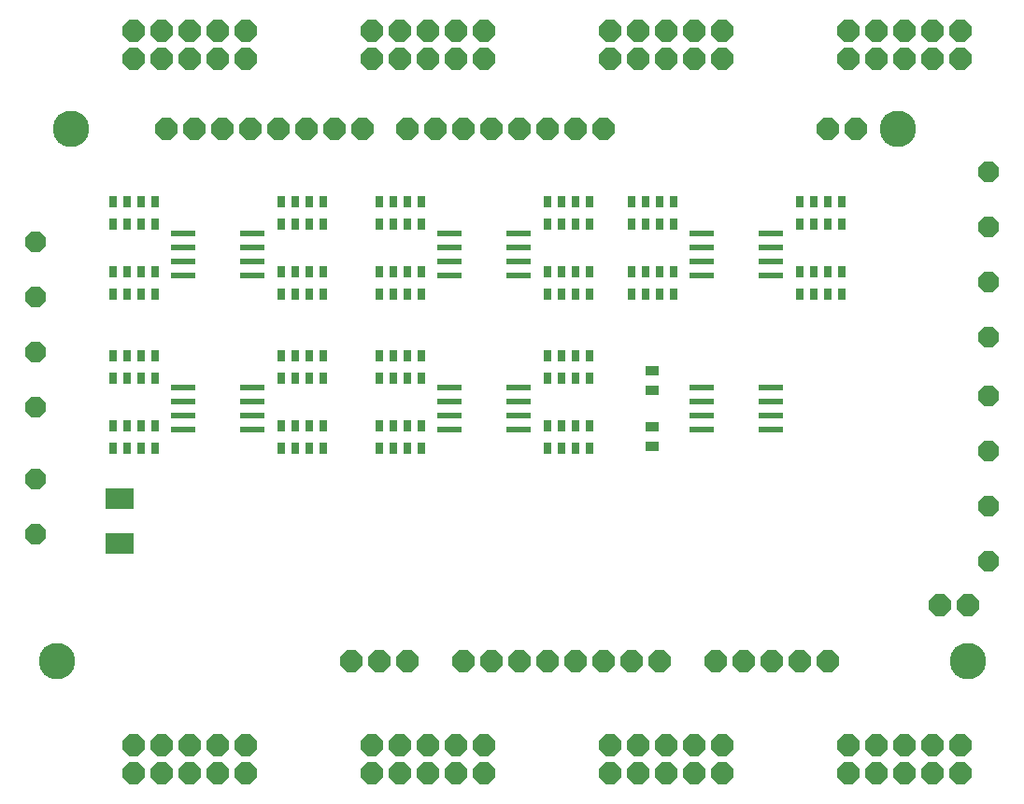
<source format=gts>
G04 EAGLE Gerber X2 export*
%TF.Part,Single*%
%TF.FileFunction,Other,Top Soldermask*%
%TF.FilePolarity,Positive*%
%TF.GenerationSoftware,Autodesk,EAGLE,8.7.1*%
%TF.CreationDate,2018-04-02T18:03:59Z*%
G75*
%MOMM*%
%FSLAX34Y34*%
%LPD*%
%AMOC8*
5,1,8,0,0,1.08239X$1,22.5*%
G01*
%ADD10P,2.144431X8X112.500000*%
%ADD11C,3.301600*%
%ADD12P,2.048207X8X202.500000*%
%ADD13P,2.048207X8X22.500000*%
%ADD14P,2.144431X8X22.500000*%
%ADD15P,2.144431X8X202.500000*%
%ADD16R,2.501600X1.901600*%
%ADD17R,2.301600X0.601600*%
%ADD18R,0.751600X1.101600*%
%ADD19R,1.301600X0.901600*%


D10*
X704850Y139700D03*
X730250Y139700D03*
X755650Y139700D03*
X781050Y139700D03*
X679450Y139700D03*
X781050Y622300D03*
X806450Y622300D03*
X476250Y139700D03*
X501650Y139700D03*
X527050Y139700D03*
X552450Y139700D03*
X577850Y139700D03*
X603250Y139700D03*
X628650Y139700D03*
X450850Y139700D03*
X425450Y622300D03*
X450850Y622300D03*
X476250Y622300D03*
X501650Y622300D03*
X527050Y622300D03*
X552450Y622300D03*
X577850Y622300D03*
X400050Y622300D03*
X207010Y622300D03*
X232410Y622300D03*
X257810Y622300D03*
X283210Y622300D03*
X308610Y622300D03*
X334010Y622300D03*
X359410Y622300D03*
X181610Y622300D03*
X882650Y190500D03*
X908050Y190500D03*
X349250Y139700D03*
X374650Y139700D03*
X400050Y139700D03*
D11*
X95250Y622300D03*
X82550Y139700D03*
X844550Y622300D03*
X908050Y139700D03*
D12*
X927100Y433000D03*
X927100Y483000D03*
X927100Y533000D03*
X927100Y583000D03*
X927100Y229800D03*
X927100Y279800D03*
X927100Y329800D03*
X927100Y379800D03*
D13*
X63500Y519500D03*
X63500Y469500D03*
X63500Y419500D03*
X63500Y369500D03*
D14*
X800100Y685800D03*
X800100Y711200D03*
X825500Y685800D03*
X825500Y711200D03*
X850900Y685800D03*
X850900Y711200D03*
X876300Y685800D03*
X876300Y711200D03*
X901700Y685800D03*
X901700Y711200D03*
D15*
X901700Y63500D03*
X901700Y38100D03*
X876300Y63500D03*
X876300Y38100D03*
X850900Y63500D03*
X850900Y38100D03*
X825500Y63500D03*
X825500Y38100D03*
X800100Y63500D03*
X800100Y38100D03*
D14*
X584200Y685800D03*
X584200Y711200D03*
X609600Y685800D03*
X609600Y711200D03*
X635000Y685800D03*
X635000Y711200D03*
X660400Y685800D03*
X660400Y711200D03*
X685800Y685800D03*
X685800Y711200D03*
D15*
X685800Y63500D03*
X685800Y38100D03*
X660400Y63500D03*
X660400Y38100D03*
X635000Y63500D03*
X635000Y38100D03*
X609600Y63500D03*
X609600Y38100D03*
X584200Y63500D03*
X584200Y38100D03*
D14*
X368300Y685800D03*
X368300Y711200D03*
X393700Y685800D03*
X393700Y711200D03*
X419100Y685800D03*
X419100Y711200D03*
X444500Y685800D03*
X444500Y711200D03*
X469900Y685800D03*
X469900Y711200D03*
D15*
X469900Y63500D03*
X469900Y38100D03*
X444500Y63500D03*
X444500Y38100D03*
X419100Y63500D03*
X419100Y38100D03*
X393700Y63500D03*
X393700Y38100D03*
X368300Y63500D03*
X368300Y38100D03*
D14*
X152400Y685800D03*
X152400Y711200D03*
X177800Y685800D03*
X177800Y711200D03*
X203200Y685800D03*
X203200Y711200D03*
X228600Y685800D03*
X228600Y711200D03*
X254000Y685800D03*
X254000Y711200D03*
D15*
X254000Y63500D03*
X254000Y38100D03*
X228600Y63500D03*
X228600Y38100D03*
X203200Y63500D03*
X203200Y38100D03*
X177800Y63500D03*
X177800Y38100D03*
X152400Y63500D03*
X152400Y38100D03*
D13*
X63500Y304400D03*
X63500Y254400D03*
D16*
X139700Y286950D03*
X139700Y246450D03*
D17*
X260140Y349250D03*
X260140Y361850D03*
X260140Y374550D03*
X260140Y387250D03*
X197060Y349250D03*
X197060Y361950D03*
X197060Y374650D03*
X197060Y387350D03*
D18*
X323850Y416400D03*
X311150Y416400D03*
X298450Y416400D03*
X285750Y416400D03*
X323850Y396400D03*
X311150Y396400D03*
X298450Y396400D03*
X285750Y396400D03*
X323850Y352900D03*
X311150Y352900D03*
X298450Y352900D03*
X285750Y352900D03*
X323850Y332900D03*
X311150Y332900D03*
X298450Y332900D03*
X285750Y332900D03*
X133350Y332900D03*
X146050Y332900D03*
X158750Y332900D03*
X171450Y332900D03*
X133350Y352900D03*
X146050Y352900D03*
X158750Y352900D03*
X171450Y352900D03*
X133350Y396400D03*
X146050Y396400D03*
X158750Y396400D03*
X171450Y396400D03*
X133350Y416400D03*
X146050Y416400D03*
X158750Y416400D03*
X171450Y416400D03*
D17*
X260140Y488950D03*
X260140Y501550D03*
X260140Y514250D03*
X260140Y526950D03*
X197060Y488950D03*
X197060Y501650D03*
X197060Y514350D03*
X197060Y527050D03*
D18*
X323850Y556100D03*
X311150Y556100D03*
X298450Y556100D03*
X285750Y556100D03*
X323850Y536100D03*
X311150Y536100D03*
X298450Y536100D03*
X285750Y536100D03*
X323850Y492600D03*
X311150Y492600D03*
X298450Y492600D03*
X285750Y492600D03*
X323850Y472600D03*
X311150Y472600D03*
X298450Y472600D03*
X285750Y472600D03*
X133350Y472600D03*
X146050Y472600D03*
X158750Y472600D03*
X171450Y472600D03*
X133350Y492600D03*
X146050Y492600D03*
X158750Y492600D03*
X171450Y492600D03*
X133350Y536100D03*
X146050Y536100D03*
X158750Y536100D03*
X171450Y536100D03*
X133350Y556100D03*
X146050Y556100D03*
X158750Y556100D03*
X171450Y556100D03*
D17*
X501440Y488950D03*
X501440Y501550D03*
X501440Y514250D03*
X501440Y526950D03*
X438360Y488950D03*
X438360Y501650D03*
X438360Y514350D03*
X438360Y527050D03*
D18*
X565150Y556100D03*
X552450Y556100D03*
X539750Y556100D03*
X527050Y556100D03*
X565150Y536100D03*
X552450Y536100D03*
X539750Y536100D03*
X527050Y536100D03*
X565150Y492600D03*
X552450Y492600D03*
X539750Y492600D03*
X527050Y492600D03*
X565150Y472600D03*
X552450Y472600D03*
X539750Y472600D03*
X527050Y472600D03*
X374650Y472600D03*
X387350Y472600D03*
X400050Y472600D03*
X412750Y472600D03*
X374650Y492600D03*
X387350Y492600D03*
X400050Y492600D03*
X412750Y492600D03*
X374650Y536100D03*
X387350Y536100D03*
X400050Y536100D03*
X412750Y536100D03*
X374650Y556100D03*
X387350Y556100D03*
X400050Y556100D03*
X412750Y556100D03*
D17*
X501440Y349250D03*
X501440Y361850D03*
X501440Y374550D03*
X501440Y387250D03*
X438360Y349250D03*
X438360Y361950D03*
X438360Y374650D03*
X438360Y387350D03*
D18*
X565150Y416400D03*
X552450Y416400D03*
X539750Y416400D03*
X527050Y416400D03*
X565150Y396400D03*
X552450Y396400D03*
X539750Y396400D03*
X527050Y396400D03*
X565150Y352900D03*
X552450Y352900D03*
X539750Y352900D03*
X527050Y352900D03*
X565150Y332900D03*
X552450Y332900D03*
X539750Y332900D03*
X527050Y332900D03*
X374650Y332900D03*
X387350Y332900D03*
X400050Y332900D03*
X412750Y332900D03*
X374650Y352900D03*
X387350Y352900D03*
X400050Y352900D03*
X412750Y352900D03*
X374650Y396400D03*
X387350Y396400D03*
X400050Y396400D03*
X412750Y396400D03*
X374650Y416400D03*
X387350Y416400D03*
X400050Y416400D03*
X412750Y416400D03*
D17*
X730040Y488950D03*
X730040Y501550D03*
X730040Y514250D03*
X730040Y526950D03*
X666960Y488950D03*
X666960Y501650D03*
X666960Y514350D03*
X666960Y527050D03*
D18*
X793750Y556100D03*
X781050Y556100D03*
X768350Y556100D03*
X755650Y556100D03*
X793750Y536100D03*
X781050Y536100D03*
X768350Y536100D03*
X755650Y536100D03*
X793750Y492600D03*
X781050Y492600D03*
X768350Y492600D03*
X755650Y492600D03*
X793750Y472600D03*
X781050Y472600D03*
X768350Y472600D03*
X755650Y472600D03*
X603250Y472600D03*
X615950Y472600D03*
X628650Y472600D03*
X641350Y472600D03*
X603250Y492600D03*
X615950Y492600D03*
X628650Y492600D03*
X641350Y492600D03*
X603250Y536100D03*
X615950Y536100D03*
X628650Y536100D03*
X641350Y536100D03*
X603250Y556100D03*
X615950Y556100D03*
X628650Y556100D03*
X641350Y556100D03*
D17*
X730040Y349250D03*
X730040Y361850D03*
X730040Y374550D03*
X730040Y387250D03*
X666960Y349250D03*
X666960Y361950D03*
X666960Y374650D03*
X666960Y387350D03*
D19*
X622300Y384700D03*
X622300Y402700D03*
X622300Y333900D03*
X622300Y351900D03*
M02*

</source>
